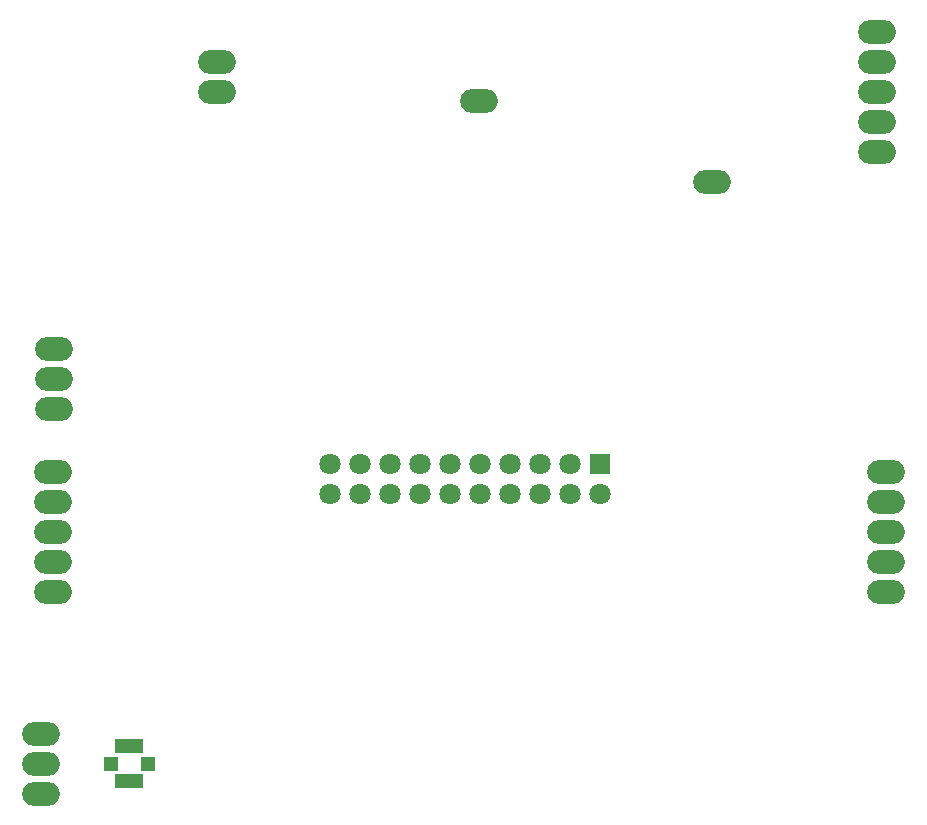
<source format=gts>
G04*
G04 #@! TF.GenerationSoftware,Altium Limited,Altium Designer,18.1.8 (232)*
G04*
G04 Layer_Color=8388736*
%FSLAX25Y25*%
%MOIN*%
G70*
G01*
G75*
%ADD17R,0.04737X0.04737*%
%ADD18R,0.09461X0.04737*%
%ADD19R,0.04934X0.04737*%
%ADD20O,0.12611X0.07887*%
%ADD21R,0.07099X0.07099*%
%ADD22C,0.07099*%
D17*
X43500Y15500D02*
D03*
D18*
X37198Y9693D02*
D03*
Y21307D02*
D03*
D19*
X31096Y15500D02*
D03*
D20*
X66500Y239500D02*
D03*
X153707Y236500D02*
D03*
X231500Y209500D02*
D03*
X66500Y249500D02*
D03*
X7800Y25500D02*
D03*
Y5500D02*
D03*
Y15500D02*
D03*
X289513Y82547D02*
D03*
Y92547D02*
D03*
Y102547D02*
D03*
Y112547D02*
D03*
X289513Y72547D02*
D03*
X286500Y239500D02*
D03*
Y259500D02*
D03*
Y249500D02*
D03*
Y229500D02*
D03*
Y219500D02*
D03*
X12100Y133640D02*
D03*
Y143640D02*
D03*
Y153640D02*
D03*
X11873Y82657D02*
D03*
X11873Y102657D02*
D03*
X11873Y112657D02*
D03*
Y72658D02*
D03*
Y92658D02*
D03*
D21*
X194000Y115500D02*
D03*
D22*
X184000D02*
D03*
X174000D02*
D03*
X164000D02*
D03*
X154000D02*
D03*
X144000D02*
D03*
X134000D02*
D03*
X124000D02*
D03*
X114000D02*
D03*
X104000D02*
D03*
X194000Y105500D02*
D03*
X184000D02*
D03*
X174000D02*
D03*
X164000D02*
D03*
X154000D02*
D03*
X144000D02*
D03*
X134000D02*
D03*
X124000D02*
D03*
X114000D02*
D03*
X104000D02*
D03*
M02*

</source>
